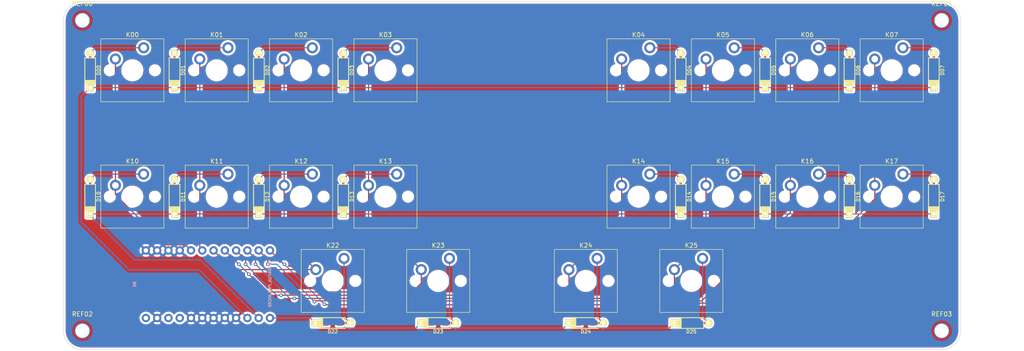
<source format=kicad_pcb>
(kicad_pcb (version 20211014) (generator pcbnew)
  (layers (0 "F.Cu" signal) (31 "B.Cu" signal) (34 "B.Paste" user) (35 "F.Paste" user) (36 "B.SilkS" user "B.Silkscreen") (37 "F.SilkS" user "F.Silkscreen") (38 "B.Mask" user) (39 "F.Mask" user) (44 "Edge.Cuts" user))
  (net 0 "")
  (net 1 "/GND")
  (net 2 "/col0")
  (net 3 "/col1")
  (net 4 "/col2")
  (net 5 "/col3")
  (net 6 "/col4")
  (net 7 "/col5")
  (net 8 "/col6")
  (net 9 "/col7")
  (net 10 "/row2")
  (net 11 "/row1")
  (net 12 "/row0")
  (net 13 "/VCC")
  (net 14 "/RST")
  (net 15 "/RAW")
  (net 16 "Net-(D00-Pad2)")
  (net 17 "Net-(D01-Pad2)")
  (net 18 "Net-(D02-Pad2)")
  (net 19 "Net-(D03-Pad2)")
  (net 20 "Net-(D04-Pad2)")
  (net 21 "Net-(D05-Pad2)")
  (net 22 "Net-(D06-Pad2)")
  (net 23 "Net-(D07-Pad2)")
  (net 24 "Net-(D10-Pad2)")
  (net 25 "Net-(D11-Pad2)")
  (net 26 "Net-(D12-Pad2)")
  (net 27 "Net-(D13-Pad2)")
  (net 28 "Net-(D14-Pad2)")
  (net 29 "Net-(D15-Pad2)")
  (net 30 "Net-(D16-Pad2)")
  (net 31 "Net-(D17-Pad2)")
  (net 32 "Net-(D22-Pad2)")
  (net 33 "Net-(D23-Pad2)")
  (net 34 "Net-(D24-Pad2)")
  (net 35 "Net-(D25-Pad2)")
  (footprint "Switch_Keyboard_Cherry_MX:SW_Cherry_MX_PCB_1.00u" (layer "F.Cu") (at 53.5 -34.5)
    (fp_text reference "K12" (at 0 -8) (layer "F.SilkS"))
    (fp_text value "KEYSW")
    (pad "" np_thru_hole circle locked (at 5.08 0) (size 1.75 1.75) (drill 1.75) (layers *.Cu *.Mask))
    (pad "" np_thru_hole circle locked (at -5.08 0) (size 1.75 1.75) (drill 1.75) (layers *.Cu *.Mask))
    (pad "" np_thru_hole circle locked (at 0 0) (size 4 4) (drill 4) (layers *.Cu *.Mask))
    (pad "1" thru_hole circle locked (at -3.81 -2.54) (size 2.5 2.5) (drill 1.5) (layers *.Cu "B.Mask") (net 4 "/col2"))
    (pad "2" thru_hole circle locked (at 2.54 -5.08) (size 2.5 2.5) (drill 1.5) (layers *.Cu "B.Mask") (net 26 "Net-(D12-Pad2)"))
  )
  (footprint "keyboard_parts:D_SOD123_axial" (layer "F.Cu") (at 44 -34.5 90)
    (fp_text reference "D12" (at 0 1.925 90) (layer "F.SilkS") (effects (font (size 0.8 0.8))))
    (fp_text value "D" hide)
    (pad "1" smd rect locked (at -2.7 0 90) (size 2.5 0.5) (layers "F.Cu") (net 11 "/row1"))
    (pad "1" thru_hole rect locked (at -3.9 0 90) (size 1.6 1.6) (drill 0.7) (layers *.Cu *.Mask "F.SilkS") (net 11 "/row1"))
    (pad "1" smd rect locked (at -1.575 0 90) (size 1.2 1.2) (layers "F.Cu" "F.Paste" "F.Mask") (net 11 "/row1"))
    (pad "2" thru_hole circle locked (at 3.9 0 90) (size 1.6 1.6) (drill 0.7) (layers *.Cu *.Mask "F.SilkS") (net 26 "Net-(D12-Pad2)"))
    (pad "2" smd rect locked (at 2.7 0 90) (size 2.5 0.5) (layers "F.Cu") (net 26 "Net-(D12-Pad2)"))
    (pad "2" smd rect locked (at 1.575 0 90) (size 1.2 1.2) (layers "F.Cu" "F.Paste" "F.Mask") (net 26 "Net-(D12-Pad2)"))
  )
  (footprint "keyboard_parts:D_SOD123_axial" (layer "F.Cu") (at 158 -63 90)
    (fp_text reference "D05" (at 0 1.925 90) (layer "F.SilkS") (effects (font (size 0.8 0.8))))
    (fp_text value "D" hide)
    (pad "1" smd rect locked (at -1.575 0 90) (size 1.2 1.2) (layers "F.Cu" "F.Paste" "F.Mask") (net 12 "/row0"))
    (pad "1" smd rect locked (at -2.7 0 90) (size 2.5 0.5) (layers "F.Cu") (net 12 "/row0"))
    (pad "1" thru_hole rect locked (at -3.9 0 90) (size 1.6 1.6) (drill 0.7) (layers *.Cu *.Mask "F.SilkS") (net 12 "/row0"))
    (pad "2" thru_hole circle locked (at 3.9 0 90) (size 1.6 1.6) (drill 0.7) (layers *.Cu *.Mask "F.SilkS") (net 21 "Net-(D05-Pad2)"))
    (pad "2" smd rect locked (at 2.7 0 90) (size 2.5 0.5) (layers "F.Cu") (net 21 "Net-(D05-Pad2)"))
    (pad "2" smd rect locked (at 1.575 0 90) (size 1.2 1.2) (layers "F.Cu" "F.Paste" "F.Mask") (net 21 "Net-(D05-Pad2)"))
  )
  (footprint "Switch_Keyboard_Cherry_MX:SW_Cherry_MX_PCB_1.00u" (layer "F.Cu") (at 72.5 -34.5)
    (fp_text reference "K13" (at 0 -8) (layer "F.SilkS"))
    (fp_text value "KEYSW")
    (pad "" np_thru_hole circle locked (at -5.08 0) (size 1.75 1.75) (drill 1.75) (layers *.Cu *.Mask))
    (pad "" np_thru_hole circle locked (at 5.08 0) (size 1.75 1.75) (drill 1.75) (layers *.Cu *.Mask))
    (pad "" np_thru_hole circle locked (at 0 0) (size 4 4) (drill 4) (layers *.Cu *.Mask))
    (pad "1" thru_hole circle locked (at -3.81 -2.54) (size 2.5 2.5) (drill 1.5) (layers *.Cu "B.Mask") (net 5 "/col3"))
    (pad "2" thru_hole circle locked (at 2.54 -5.08) (size 2.5 2.5) (drill 1.5) (layers *.Cu "B.Mask") (net 27 "Net-(D13-Pad2)"))
  )
  (footprint "keyboard_parts:D_SOD123_axial" (layer "F.Cu") (at 177 -34.5 90)
    (fp_text reference "D16" (at 0 1.925 90) (layer "F.SilkS") (effects (font (size 0.8 0.8))))
    (fp_text value "D" hide)
    (pad "1" smd rect locked (at -1.575 0 90) (size 1.2 1.2) (layers "F.Cu" "F.Paste" "F.Mask") (net 11 "/row1"))
    (pad "1" thru_hole rect locked (at -3.9 0 90) (size 1.6 1.6) (drill 0.7) (layers *.Cu *.Mask "F.SilkS") (net 11 "/row1"))
    (pad "1" smd rect locked (at -2.7 0 90) (size 2.5 0.5) (layers "F.Cu") (net 11 "/row1"))
    (pad "2" thru_hole circle locked (at 3.9 0 90) (size 1.6 1.6) (drill 0.7) (layers *.Cu *.Mask "F.SilkS") (net 30 "Net-(D16-Pad2)"))
    (pad "2" smd rect locked (at 2.7 0 90) (size 2.5 0.5) (layers "F.Cu") (net 30 "Net-(D16-Pad2)"))
    (pad "2" smd rect locked (at 1.575 0 90) (size 1.2 1.2) (layers "F.Cu" "F.Paste" "F.Mask") (net 30 "Net-(D16-Pad2)"))
  )
  (footprint "keyboard_parts:D_SOD123_axial" (layer "F.Cu") (at 139 -34.5 90)
    (fp_text reference "D14" (at 0 1.925 90) (layer "F.SilkS") (effects (font (size 0.8 0.8))))
    (fp_text value "D" hide)
    (pad "1" smd rect locked (at -2.7 0 90) (size 2.5 0.5) (layers "F.Cu") (net 11 "/row1"))
    (pad "1" thru_hole rect locked (at -3.9 0 90) (size 1.6 1.6) (drill 0.7) (layers *.Cu *.Mask "F.SilkS") (net 11 "/row1"))
    (pad "1" smd rect locked (at -1.575 0 90) (size 1.2 1.2) (layers "F.Cu" "F.Paste" "F.Mask") (net 11 "/row1"))
    (pad "2" smd rect locked (at 2.7 0 90) (size 2.5 0.5) (layers "F.Cu") (net 28 "Net-(D14-Pad2)"))
    (pad "2" smd rect locked (at 1.575 0 90) (size 1.2 1.2) (layers "F.Cu" "F.Paste" "F.Mask") (net 28 "Net-(D14-Pad2)"))
    (pad "2" thru_hole circle locked (at 3.9 0 90) (size 1.6 1.6) (drill 0.7) (layers *.Cu *.Mask "F.SilkS") (net 28 "Net-(D14-Pad2)"))
  )
  (footprint "Switch_Keyboard_Cherry_MX:SW_Cherry_MX_PCB_1.00u" (layer "F.Cu") (at 34.5 -34.5)
    (fp_text reference "K11" (at 0 -8) (layer "F.SilkS"))
    (fp_text value "KEYSW")
    (pad "" np_thru_hole circle locked (at -5.08 0) (size 1.75 1.75) (drill 1.75) (layers *.Cu *.Mask))
    (pad "" np_thru_hole circle locked (at 0 0) (size 4 4) (drill 4) (layers *.Cu *.Mask))
    (pad "" np_thru_hole circle locked (at 5.08 0) (size 1.75 1.75) (drill 1.75) (layers *.Cu *.Mask))
    (pad "1" thru_hole circle locked (at -3.81 -2.54) (size 2.5 2.5) (drill 1.5) (layers *.Cu "B.Mask") (net 3 "/col1"))
    (pad "2" thru_hole circle locked (at 2.54 -5.08) (size 2.5 2.5) (drill 1.5) (layers *.Cu "B.Mask") (net 25 "Net-(D11-Pad2)"))
  )
  (footprint "keyboard_parts:D_SOD123_axial" (layer "F.Cu") (at 84.38 -6)
    (fp_text reference "D23" (at 0 1.925) (layer "F.SilkS") (effects (font (size 0.8 0.8))))
    (fp_text value "D" hide)
    (pad "1" smd rect locked (at -1.575 0) (size 1.2 1.2) (layers "F.Cu" "F.Paste" "F.Mask") (net 10 "/row2"))
    (pad "1" smd rect locked (at -2.7 0) (size 2.5 0.5) (layers "F.Cu") (net 10 "/row2"))
    (pad "1" thru_hole rect locked (at -3.9 0) (size 1.6 1.6) (drill 0.7) (layers *.Cu *.Mask "F.SilkS") (net 10 "/row2"))
    (pad "2" smd rect locked (at 2.7 0) (size 2.5 0.5) (layers "F.Cu") (net 33 "Net-(D23-Pad2)"))
    (pad "2" thru_hole circle locked (at 3.9 0) (size 1.6 1.6) (drill 0.7) (layers *.Cu *.Mask "F.SilkS") (net 33 "Net-(D23-Pad2)"))
    (pad "2" smd rect locked (at 1.575 0) (size 1.2 1.2) (layers "F.Cu" "F.Paste" "F.Mask") (net 33 "Net-(D23-Pad2)"))
  )
  (footprint "keyboard_parts:D_SOD123_axial" (layer "F.Cu") (at 25 -34.5 90)
    (fp_text reference "D11" (at 0 1.925 90) (layer "F.SilkS") (effects (font (size 0.8 0.8))))
    (fp_text value "D" hide)
    (pad "1" smd rect locked (at -1.575 0 90) (size 1.2 1.2) (layers "F.Cu" "F.Paste" "F.Mask") (net 11 "/row1"))
    (pad "1" thru_hole rect locked (at -3.9 0 90) (size 1.6 1.6) (drill 0.7) (layers *.Cu *.Mask "F.SilkS") (net 11 "/row1"))
    (pad "1" smd rect locked (at -2.7 0 90) (size 2.5 0.5) (layers "F.Cu") (net 11 "/row1"))
    (pad "2" smd rect locked (at 1.575 0 90) (size 1.2 1.2) (layers "F.Cu" "F.Paste" "F.Mask") (net 25 "Net-(D11-Pad2)"))
    (pad "2" thru_hole circle locked (at 3.9 0 90) (size 1.6 1.6) (drill 0.7) (layers *.Cu *.Mask "F.SilkS") (net 25 "Net-(D11-Pad2)"))
    (pad "2" smd rect locked (at 2.7 0 90) (size 2.5 0.5) (layers "F.Cu") (net 25 "Net-(D11-Pad2)"))
  )
  (footprint "keyboard_parts:D_SOD123_axial" (layer "F.Cu") (at 139 -63 90)
    (fp_text reference "D04" (at 0 1.925 90) (layer "F.SilkS") (effects (font (size 0.8 0.8))))
    (fp_text value "D" hide)
    (pad "1" smd rect locked (at -2.7 0 90) (size 2.5 0.5) (layers "F.Cu") (net 12 "/row0"))
    (pad "1" smd rect locked (at -1.575 0 90) (size 1.2 1.2) (layers "F.Cu" "F.Paste" "F.Mask") (net 12 "/row0"))
    (pad "1" thru_hole rect locked (at -3.9 0 90) (size 1.6 1.6) (drill 0.7) (layers *.Cu *.Mask "F.SilkS") (net 12 "/row0"))
    (pad "2" smd rect locked (at 1.575 0 90) (size 1.2 1.2) (layers "F.Cu" "F.Paste" "F.Mask") (net 20 "Net-(D04-Pad2)"))
    (pad "2" thru_hole circle locked (at 3.9 0 90) (size 1.6 1.6) (drill 0.7) (layers *.Cu *.Mask "F.SilkS") (net 20 "Net-(D04-Pad2)"))
    (pad "2" smd rect locked (at 2.7 0 90) (size 2.5 0.5) (layers "F.Cu") (net 20 "Net-(D04-Pad2)"))
  )
  (footprint "Switch_Keyboard_Cherry_MX:SW_Cherry_MX_PCB_1.25u" (layer "F.Cu") (at 84.38 -15.5)
    (fp_text reference "K23" (at 0 -8) (layer "F.SilkS"))
    (fp_text value "KEYSW")
    (pad "" np_thru_hole circle locked (at 5.08 0) (size 1.75 1.75) (drill 1.75) (layers *.Cu *.Mask))
    (pad "" np_thru_hole circle locked (at -5.08 0) (size 1.75 1.75) (drill 1.75) (layers *.Cu *.Mask))
    (pad "" np_thru_hole circle locked (at 0 0) (size 4 4) (drill 4) (layers *.Cu *.Mask))
    (pad "1" thru_hole circle locked (at -3.81 -2.54) (size 2.5 2.5) (drill 1.5) (layers *.Cu "B.Mask") (net 5 "/col3"))
    (pad "2" thru_hole circle locked (at 2.54 -5.08) (size 2.5 2.5) (drill 1.5) (layers *.Cu "B.Mask") (net 33 "Net-(D23-Pad2)"))
  )
  (footprint "keyboard_parts:D_SOD123_axial" (layer "F.Cu") (at 117.63 -6)
    (fp_text reference "D24" (at 0 1.925) (layer "F.SilkS") (effects (font (size 0.8 0.8))))
    (fp_text value "D" hide)
    (pad "1" smd rect locked (at -1.575 0) (size 1.2 1.2) (layers "F.Cu" "F.Paste" "F.Mask") (net 10 "/row2"))
    (pad "1" smd rect locked (at -2.7 0) (size 2.5 0.5) (layers "F.Cu") (net 10 "/row2"))
    (pad "1" thru_hole rect locked (at -3.9 0) (size 1.6 1.6) (drill 0.7) (layers *.Cu *.Mask "F.SilkS") (net 10 "/row2"))
    (pad "2" thru_hole circle locked (at 3.9 0) (size 1.6 1.6) (drill 0.7) (layers *.Cu *.Mask "F.SilkS") (net 34 "Net-(D24-Pad2)"))
    (pad "2" smd rect locked (at 2.7 0) (size 2.5 0.5) (layers "F.Cu") (net 34 "Net-(D24-Pad2)"))
    (pad "2" smd rect locked (at 1.575 0) (size 1.2 1.2) (layers "F.Cu" "F.Paste" "F.Mask") (net 34 "Net-(D24-Pad2)"))
  )
  (footprint "keyboard_parts:D_SOD123_axial" (layer "F.Cu") (at 158 -34.5 90)
    (fp_text reference "D15" (at 0 1.925 90) (layer "F.SilkS") (effects (font (size 0.8 0.8))))
    (fp_text value "D" hide)
    (pad "1" smd rect locked (at -2.7 0 90) (size 2.5 0.5) (layers "F.Cu") (net 11 "/row1"))
    (pad "1" thru_hole rect locked (at -3.9 0 90) (size 1.6 1.6) (drill 0.7) (layers *.Cu *.Mask "F.SilkS") (net 11 "/row1"))
    (pad "1" smd rect locked (at -1.575 0 90) (size 1.2 1.2) (layers "F.Cu" "F.Paste" "F.Mask") (net 11 "/row1"))
    (pad "2" thru_hole circle locked (at 3.9 0 90) (size 1.6 1.6) (drill 0.7) (layers *.Cu *.Mask "F.SilkS") (net 29 "Net-(D15-Pad2)"))
    (pad "2" smd rect locked (at 2.7 0 90) (size 2.5 0.5) (layers "F.Cu") (net 29 "Net-(D15-Pad2)"))
    (pad "2" smd rect locked (at 1.575 0 90) (size 1.2 1.2) (layers "F.Cu" "F.Paste" "F.Mask") (net 29 "Net-(D15-Pad2)"))
  )
  (footprint "keyboard_parts:D_SOD123_axial" (layer "F.Cu") (at 25 -63 90)
    (fp_text reference "D01" (at 0 1.925 90) (layer "F.SilkS") (effects (font (size 0.8 0.8))))
    (fp_text value "D" hide)
    (pad "1" smd rect locked (at -2.7 0 90) (size 2.5 0.5) (layers "F.Cu") (net 12 "/row0"))
    (pad "1" thru_hole rect locked (at -3.9 0 90) (size 1.6 1.6) (drill 0.7) (layers *.Cu *.Mask "F.SilkS") (net 12 "/row0"))
    (pad "1" smd rect locked (at -1.575 0 90) (size 1.2 1.2) (layers "F.Cu" "F.Paste" "F.Mask") (net 12 "/row0"))
    (pad "2" smd rect locked (at 1.575 0 90) (size 1.2 1.2) (layers "F.Cu" "F.Paste" "F.Mask") (net 17 "Net-(D01-Pad2)"))
    (pad "2" thru_hole circle locked (at 3.9 0 90) (size 1.6 1.6) (drill 0.7) (layers *.Cu *.Mask "F.SilkS") (net 17 "Net-(D01-Pad2)"))
    (pad "2" smd rect locked (at 2.7 0 90) (size 2.5 0.5) (layers "F.Cu") (net 17 "Net-(D01-Pad2)"))
  )
  (footprint "Switch_Keyboard_Cherry_MX:SW_Cherry_MX_PCB_1.00u" (layer "F.Cu") (at 186.5 -63)
    (fp_text reference "K07" (at 0 -8) (layer "F.SilkS"))
    (fp_text value "KEYSW")
    (pad "" np_thru_hole circle locked (at 0 0) (size 4 4) (drill 4) (layers *.Cu *.Mask))
    (pad "" np_thru_hole circle locked (at 5.08 0) (size 1.75 1.75) (drill 1.75) (layers *.Cu *.Mask))
    (pad "" np_thru_hole circle locked (at -5.08 0) (size 1.75 1.75) (drill 1.75) (layers *.Cu *.Mask))
    (pad "1" thru_hole circle locked (at -3.81 -2.54) (size 2.5 2.5) (drill 1.5) (layers *.Cu "B.Mask") (net 9 "/col7"))
    (pad "2" thru_hole circle locked (at 2.54 -5.08) (size 2.5 2.5) (drill 1.5) (layers *.Cu "B.Mask") (net 23 "Net-(D07-Pad2)"))
  )
  (footprint "keyboard_parts:D_SOD123_axial" (layer "F.Cu") (at 63 -34.5 90)
    (fp_text reference "D13" (at 0 1.925 90) (layer "F.SilkS") (effects (font (size 0.8 0.8))))
    (fp_text value "D" hide)
    (pad "1" smd rect locked (at -2.7 0 90) (size 2.5 0.5) (layers "F.Cu") (net 11 "/row1"))
    (pad "1" smd rect locked (at -1.575 0 90) (size 1.2 1.2) (layers "F.Cu" "F.Paste" "F.Mask") (net 11 "/row1"))
    (pad "1" thru_hole rect locked (at -3.9 0 90) (size 1.6 1.6) (drill 0.7) (layers *.Cu *.Mask "F.SilkS") (net 11 "/row1"))
    (pad "2" smd rect locked (at 2.7 0 90) (size 2.5 0.5) (layers "F.Cu") (net 27 "Net-(D13-Pad2)"))
    (pad "2" smd rect locked (at 1.575 0 90) (size 1.2 1.2) (layers "F.Cu" "F.Paste" "F.Mask") (net 27 "Net-(D13-Pad2)"))
    (pad "2" thru_hole circle locked (at 3.9 0 90) (size 1.6 1.6) (drill 0.7) (layers *.Cu *.Mask "F.SilkS") (net 27 "Net-(D13-Pad2)"))
  )
  (footprint "keyboard_parts:D_SOD123_axial" (layer "F.Cu") (at 60.63 -6)
    (fp_text reference "D22" (at 0 1.925) (layer "F.SilkS") (effects (font (size 0.8 0.8))))
    (fp_text value "D" hide)
    (pad "1" smd rect locked (at -2.7 0) (size 2.5 0.5) (layers "F.Cu") (net 10 "/row2"))
    (pad "1" smd rect locked (at -1.575 0) (size 1.2 1.2) (layers "F.Cu" "F.Paste" "F.Mask") (net 10 "/row2"))
    (pad "1" thru_hole rect locked (at -3.9 0) (size 1.6 1.6) (drill 0.7) (layers *.Cu *.Mask "F.SilkS") (net 10 "/row2"))
    (pad "2" thru_hole circle locked (at 3.9 0) (size 1.6 1.6) (drill 0.7) (layers *.Cu *.Mask "F.SilkS") (net 32 "Net-(D22-Pad2)"))
    (pad "2" smd rect locked (at 1.575 0) (size 1.2 1.2) (layers "F.Cu" "F.Paste" "F.Mask") (net 32 "Net-(D22-Pad2)"))
    (pad "2" smd rect locked (at 2.7 0) (size 2.5 0.5) (layers "F.Cu") (net 32 "Net-(D22-Pad2)"))
  )
  (footprint "Switch_Keyboard_Cherry_MX:SW_Cherry_MX_PCB_1.00u" (layer "F.Cu") (at 129.5 -63)
    (fp_text reference "K04" (at 0 -8) (layer "F.SilkS"))
    (fp_text value "KEYSW")
    (pad "" np_thru_hole circle locked (at 0 0) (size 4 4) (drill 4) (layers *.Cu *.Mask))
    (pad "" np_thru_hole circle locked (at -5.08 0) (size 1.75 1.75) (drill 1.75) (layers *.Cu *.Mask))
    (pad "" np_thru_hole circle locked (at 5.08 0) (size 1.75 1.75) (drill 1.75) (layers *.Cu *.Mask))
    (pad "1" thru_hole circle locked (at -3.81 -2.54) (size 2.5 2.5) (drill 1.5) (layers *.Cu "B.Mask") (net 6 "/col4"))
    (pad "2" thru_hole circle locked (at 2.54 -5.08) (size 2.5 2.5) (drill 1.5) (layers *.Cu "B.Mask") (net 20 "Net-(D04-Pad2)"))
  )
  (footprint "keyboard_parts:D_SOD123_axial" (layer "F.Cu") (at 141.38 -6)
    (fp_text reference "D25" (at 0 1.925) (layer "F.SilkS") (effects (font (size 0.8 0.8))))
    (fp_text value "D" hide)
    (pad "1" smd rect locked (at -2.7 0) (size 2.5 0.5) (layers "F.Cu") (net 10 "/row2"))
    (pad "1" thru_hole rect locked (at -3.9 0) (size 1.6 1.6) (drill 0.7) (layers *.Cu *.Mask "F.SilkS") (net 10 "/row2"))
    (pad "1" smd rect locked (at -1.575 0) (size 1.2 1.2) (layers "F.Cu" "F.Paste" "F.Mask") (net 10 "/row2"))
    (pad "2" smd rect locked (at 2.7 0) (size 2.5 0.5) (layers "F.Cu") (net 35 "Net-(D25-Pad2)"))
    (pad "2" smd rect locked (at 1.575 0) (size 1.2 1.2) (layers "F.Cu" "F.Paste" "F.Mask") (net 35 "Net-(D25-Pad2)"))
    (pad "2" thru_hole circle locked (at 3.9 0) (size 1.6 1.6) (drill 0.7) (layers *.Cu *.Mask "F.SilkS") (net 35 "Net-(D25-Pad2)"))
  )
  (footprint "MountingHole:MountingHole_3.2mm_M3_ISO14580_Pad_TopOnly" (layer "F.Cu") (at 4.25 -74.25)
    (fp_text reference "REF00" (at 0 -3.75) (layer "F.SilkS"))
    (fp_text value "MountingHole_3.2mm_M3_ISO14580_Pad_TopOnly")
    (pad "1" thru_hole circle locked (at 0 0) (size 3.6 3.6) (drill 3.2) (layers *.Cu *.Mask))
    (pad "1" connect circle locked (at 0 0) (size 5.5 5.5) (layers "F.Cu" "F.Mask"))
  )
  (footprint "Switch_Keyboard_Cherry_MX:SW_Cherry_MX_PCB_1.00u" (layer "F.Cu") (at 167.5 -34.5)
    (fp_text reference "K16" (at 0 -8) (layer "F.SilkS"))
    (fp_text value "KEYSW")
    (pad "" np_thru_hole circle locked (at 5.08 0) (size 1.75 1.75) (drill 1.75) (layers *.Cu *.Mask))
    (pad "" np_thru_hole circle locked (at 0 0) (size 4 4) (drill 4) (layers *.Cu *.Mask))
    (pad "" np_thru_hole circle locked (at -5.08 0) (size 1.75 1.75) (drill 1.75) (layers *.Cu *.Mask))
    (pad "1" thru_hole circle locked (at -3.81 -2.54) (size 2.5 2.5) (drill 1.5) (layers *.Cu "B.Mask") (net 8 "/col6"))
    (pad "2" thru_hole circle locked (at 2.54 -5.08) (size 2.5 2.5) (drill 1.5) (layers *.Cu "B.Mask") (net 30 "Net-(D16-Pad2)"))
  )
  (footprint "Switch_Keyboard_Cherry_MX:SW_Cherry_MX_PCB_1.00u" (layer "F.Cu") (at 148.5 -63)
    (fp_text reference "K05" (at 0 -8) (layer "F.SilkS"))
    (fp_text value "KEYSW")
    (pad "" np_thru_hole circle locked (at -5.08 0) (size 1.75 1.75) (drill 1.75) (layers *.Cu *.Mask))
    (pad "" np_thru_hole circle locked (at 0 0) (size 4 4) (drill 4) (layers *.Cu *.Mask))
    (pad "" np_thru_hole circle locked (at 5.08 0) (size 1.75 1.75) (drill 1.75) (layers *.Cu *.Mask))
    (pad "1" thru_hole circle locked (at -3.81 -2.54) (size 2.5 2.5) (drill 1.5) (layers *.Cu "B.Mask") (net 7 "/col5"))
    (pad "2" thru_hole circle locked (at 2.54 -5.08) (size 2.5 2.5) (drill 1.5) (layers *.Cu "B.Mask") (net 21 "Net-(D05-Pad2)"))
  )
  (footprint "keyboard_parts:D_SOD123_axial" (layer "F.Cu") (at 196 -34.5 90)
    (fp_text reference "D17" (at 0 1.925 90) (layer "F.SilkS") (effects (font (size 0.8 0.8))))
    (fp_text value "D" hide)
    (pad "1" smd rect locked (at -1.575 0 90) (size 1.2 1.2) (layers "F.Cu" "F.Paste" "F.Mask") (net 11 "/row1"))
    (pad "1" smd rect locked (at -2.7 0 90) (size 2.5 0.5) (layers "F.Cu") (net 11 "/row1"))
    (pad "1" thru_hole rect locked (at -3.9 0 90) (size 1.6 1.6) (drill 0.7) (layers *.Cu *.Mask "F.SilkS") (net 11 "/row1"))
    (pad "2" thru_hole circle locked (at 3.9 0 90) (size 1.6 1.6) (drill 0.7) (layers *.Cu *.Mask "F.SilkS") (net 31 "Net-(D17-Pad2)"))
    (pad "2" smd rect locked (at 2.7 0 90) (size 2.5 0.5) (layers "F.Cu") (net 31 "Net-(D17-Pad2)"))
    (pad "2" smd rect locked (at 1.575 0 90) (size 1.2 1.2) (layers "F.Cu" "F.Paste" "F.Mask") (net 31 "Net-(D17-Pad2)"))
  )
  (footprint "keyboard_parts:D_SOD123_axial" (layer "F.Cu") (at 44 -63 90)
    (fp_text reference "D02" (at 0 1.925 90) (layer "F.SilkS") (effects (font (size 0.8 0.8))))
    (fp_text value "D" hide)
    (pad "1" smd rect locked (at -2.7 0 90) (size 2.5 0.5) (layers "F.Cu") (net 12 "/row0"))
    (pad "1" thru_hole rect locked (at -3.9 0 90) (size 1.6 1.6) (drill 0.7) (layers *.Cu *.Mask "F.SilkS") (net 12 "/row0"))
    (pad "1" smd rect locked (at -1.575 0 90) (size 1.2 1.2) (layers "F.Cu" "F.Paste" "F.Mask") (net 12 "/row0"))
    (pad "2" smd rect locked (at 2.7 0 90) (size 2.5 0.5) (layers "F.Cu") (net 18 "Net-(D02-Pad2)"))
    (pad "2" smd rect locked (at 1.575 0 90) (size 1.2 1.2) (layers "F.Cu" "F.Paste" "F.Mask") (net 18 "Net-(D02-Pad2)"))
    (pad "2" thru_hole circle locked (at 3.9 0 90) (size 1.6 1.6) (drill 0.7) (layers *.Cu *.Mask "F.SilkS") (net 18 "Net-(D02-Pad2)"))
  )
  (footprint "MountingHole:MountingHole_3.2mm_M3_ISO14580_Pad_TopOnly" (layer "F.Cu") (at 197.75 -74.25)
    (fp_text reference "REF01" (at 0 -3.75) (layer "F.SilkS"))
    (fp_text value "MountingHole_3.2mm_M3_ISO14580_Pad_TopOnly")
    (pad "1" thru_hole circle locked (at 0 0) (size 3.6 3.6) (drill 3.2) (layers *.Cu *.Mask))
    (pad "1" connect circle locked (at 0 0) (size 5.5 5.5) (layers "F.Cu" "F.Mask"))
  )
  (footprint "Switch_Keyboard_Cherry_MX:SW_Cherry_MX_PCB_1.00u" (layer "F.Cu") (at 186.5 -34.5)
    (fp_text reference "K17" (at 0 -8) (layer "F.SilkS"))
    (fp_text value "KEYSW")
    (pad "" np_thru_hole circle locked (at -5.08 0) (size 1.75 1.75) (drill 1.75) (layers *.Cu *.Mask))
    (pad "" np_thru_hole circle locked (at 0 0) (size 4 4) (drill 4) (layers *.Cu *.Mask))
    (pad "" np_thru_hole circle locked (at 5.08 0) (size 1.75 1.75) (drill 1.75) (layers *.Cu *.Mask))
    (pad "1" thru_hole circle locked (at -3.81 -2.54) (size 2.5 2.5) (drill 1.5) (layers *.Cu "B.Mask") (net 9 "/col7"))
    (pad "2" thru_hole circle locked (at 2.54 -5.08) (size 2.5 2.5) (drill 1.5) (layers *.Cu "B.Mask") (net 31 "Net-(D17-Pad2)"))
  )
  (footprint "Switch_Keyboard_Cherry_MX:SW_Cherry_MX_PCB_1.25u" (layer "F.Cu") (at 141.38 -15.5)
    (fp_text reference "K25" (at 0 -8) (layer "F.SilkS"))
    (fp_text value "KEYSW")
    (pad "" np_thru_hole circle locked (at -5.08 0) (size 1.75 1.75) (drill 1.75) (layers *.Cu *.Mask))
    (pad "" np_thru_hole circle locked (at 5.08 0) (size 1.75 1.75) (drill 1.75) (layers *.Cu *.Mask))
    (pad "" np_thru_hole circle locked (at 0 0) (size 4 4) (drill 4) (layers *.Cu *.Mask))
    (pad "1" thru_hole circle locked (at -3.81 -2.54) (size 2.5 2.5) (drill 1.5) (layers *.Cu "B.Mask") (net 7 "/col5"))
    (pad "2" thru_hole circle locked (at 2.54 -5.08) (size 2.5 2.5) (drill 1.5) (layers *.Cu "B.Mask") (net 35 "Net-(D25-Pad2)"))
  )
  (footprint "Switch_Keyboard_Cherry_MX:SW_Cherry_MX_PCB_1.00u" (layer "F.Cu") (at 167.5 -63)
    (fp_text reference "K06" (at 0 -8) (layer "F.SilkS"))
    (fp_text value "KEYSW")
    (pad "" np_thru_hole circle locked (at 5.08 0) (size 1.75 1.75) (drill 1.75) (layers *.Cu *.Mask))
    (pad "" np_thru_hole circle locked (at 0 0) (size 4 4) (drill 4) (layers *.Cu *.Mask))
    (pad "" np_thru_hole circle locked (at -5.08 0) (size 1.75 1.75) (drill 1.75) (layers *.Cu *.Mask))
    (pad "1" thru_hole circle locked (at -3.81 -2.54) (size 2.5 2.5) (drill 1.5) (layers *.Cu "B.Mask") (net 8 "/col6"))
    (pad "2" thru_hole circle locked (at 2.54 -5.08) (size 2.5 2.5) (drill 1.5) (layers *.Cu "B.Mask") (net 22 "Net-(D06-Pad2)"))
  )
  (footprint "Switch_Keyboard_Cherry_MX:SW_Cherry_MX_PCB_1.00u" (layer "F.Cu") (at 148.5 -34.5)
    (fp_text reference "K15" (at 0 -8) (layer "F.SilkS"))
    (fp_text value "KEYSW")
    (pad "" np_thru_hole circle locked (at 5.08 0) (size 1.75 1.75) (drill 1.75) (layers *.Cu *.Mask))
    (pad "" np_thru_hole circle locked (at -5.08 0) (size 1.75 1.75) (drill 1.75) (layers *.Cu *.Mask))
    (pad "" np_thru_hole circle locked (at 0 0) (size 4 4) (drill 4) (layers *.Cu *.Mask))
    (pad "1" thru_hole circle locked (at -3.81 -2.54) (size 2.5 2.5) (drill 1.5) (layers *.Cu "B.Mask") (net 7 "/col5"))
    (pad "2" thru_hole circle locked (at 2.54 -5.08) (size 2.5 2.5) (drill 1.5) (layers *.Cu "B.Mask") (net 29 "Net-(D15-Pad2)"))
  )
  (footprint "MountingHole:MountingHole_3.2mm_M3_ISO14580_Pad_TopOnly" (layer "F.Cu") (at 197.75 -4.25)
    (fp_text reference "REF03" (at 0 -3.75) (layer "F.SilkS"))
    (fp_text value "MountingHole_3.2mm_M3_ISO14580_Pad_TopOnly")
    (pad "1" thru_hole circle locked (at 0 0) (size 3.6 3.6) (drill 3.2) (layers *.Cu *.Mask))
    (pad "1" connect circle locked (at 0 0) (size 5.5 5.5) (layers "F.Cu" "F.Mask"))
  )
  (footprint "keyboard_parts:D_SOD123_axial" (layer "F.Cu") (at 6 -34.5 90)
    (fp_text reference "D10" (at 0 1.925 90) (layer "F.SilkS") (effects (font (size 0.8 0.8))))
    (fp_text value "D" hide)
    (pad "1" thru_hole rect locked (at -3.9 0 90) (size 1.6 1.6) (drill 0.7) (layers *.Cu *.Mask "F.SilkS") (net 11 "/row1"))
    (pad "1" smd rect locked (at -1.575 0 90) (size 1.2 1.2) (layers "F.Cu" "F.Paste" "F.Mask") (net 11 "/row1"))
    (pad "1" smd rect locked (at -2.7 0 90) (size 2.5 0.5) (layers "F.Cu") (net 11 "/row1"))
    (pad "2" thru_hole circle locked (at 3.9 0 90) (size 1.6 1.6) (drill 0.7) (layers *.Cu *.Mask "F.SilkS") (net 24 "Net-(D10-Pad2)"))
    (pad "2" smd rect locked (at 1.575 0 90) (size 1.2 1.2) (layers "F.Cu" "F.Paste" "F.Mask") (net 24 "Net-(D10-Pad2)"))
    (pad "2" smd rect locked (at 2.7 0 90) (size 2.5 0.5) (layers "F.Cu") (net 24 "Net-(D10-Pad2)"))
  )
  (footprint "MountingHole:MountingHole_3.2mm_M3_ISO14580_Pad_TopOnly" (layer "F.Cu") (at 4.25 -4.25)
    (fp_text reference "REF02" (at 0 -3.75) (layer "F.SilkS"))
    (fp_text value "MountingHole_3.2mm_M3_ISO14580_Pad_TopOnly")
    (pad "1" thru_hole circle locked (at 0 0) (size 3.6 3.6) (drill 3.2) (layers *.Cu *.Mask))
    (pad "1" connect circle locked (at 0 0) (size 5.5 5.5) (layers "F.Cu" "F.Mask"))
  )
  (footprint "Switch_Keyboard_Cherry_MX:SW_Cherry_MX_PCB_1.00u" (layer "F.Cu") (at 34.5 -63)
    (fp_text reference "K01" (at 0 -8) (layer "F.SilkS"))
    (fp_text value "KEYSW")
    (pad "" np_thru_hole circle locked (at 0 0) (size 4 4) (drill 4) (layers *.Cu *.Mask))
    (pad "" np_thru_hole circle locked (at -5.08 0) (size 1.75 1.75) (drill 1.75) (layers *.Cu *.Mask))
    (pad "" np_thru_hole circle locked (at 5.08 0) (size 1.75 1.75) (drill 1.75) (layers *.Cu *.Mask))
    (pad "1" thru_hole circle locked (at -3.81 -2.54) (size 2.5 2.5) (drill 1.5) (layers *.Cu "B.Mask") (net 3 "/col1"))
    (pad "2" thru_hole circle locked (at 2.54 -5.08) (size 2.5 2.5) (drill 1.5) (layers *.Cu "B.Mask") (net 17 "Net-(D01-Pad2)"))
  )
  (footprint "keyboard_parts:D_SOD123_axial" (layer "F.Cu") (at 196 -63 90)
    (fp_text reference "D07" (at 0 1.925 90) (layer "F.SilkS") (effects (font (size 0.8 0.8))))
    (fp_text value "D" hide)
    (pad "1" smd rect locked (at -1.575 0 90) (size 1.2 1.2) (layers "F.Cu" "F.Paste" "F.Mask") (net 12 "/row0"))
    (pad "1" thru_hole rect locked (at -3.9 0 90) (size 1.6 1.6) (drill 0.7) (layers *.Cu *.Mask "F.SilkS") (net 12 "/row0"))
    (pad "1" smd rect locked (at -2.7 0 90) (size 2.5 0.5) (layers "F.Cu") (net 12 "/row0"))
    (pad "2" thru_hole circle locked (at 3.9 0 90) (size 1.6 1.6) (drill 0.7) (layers *.Cu *.Mask "F.SilkS") (net 23 "Net-(D07-Pad2)"))
    (pad "2" smd rect locked (at 2.7 0 90) (size 2.5 0.5) (layers "F.Cu") (net 23 "Net-(D07-Pad2)"))
    (pad "2" smd rect locked (at 1.575 0 90) (size 1.2 1.2) (layers "F.Cu" "F.Paste" "F.Mask") (net 23 "Net-(D07-Pad2)"))
  )
  (footprint "Switch_Keyboard_Cherry_MX:SW_Cherry_MX_PCB_1.00u" (layer "F.Cu") (at 72.5 -63)
    (fp_text reference "K03" (at 0 -8) (layer "F.SilkS"))
    (fp_text value "KEYSW")
    (pad "" np_thru_hole circle locked (at 0 0) (size 4 4) (drill 4) (layers *.Cu *.Mask))
    (pad "" np_thru_hole circle locked (at 5.08 0) (size 1.75 1.75) (drill 1.75) (layers *.Cu *.Mask))
    (pad "" np_thru_hole circle locked (at -5.08 0) (size 1.75 1.75) (drill 1.75) (layers *.Cu *.Mask))
    (pad "1" thru_hole circle locked (at -3.81 -2.54) (size 2.5 2.5) (drill 1.5) (layers *.Cu "B.Mask") (net 5 "/col3"))
    (pad "2" thru_hole circle locked (at 2.54 -5.08) (size 2.5 2.5) (drill 1.5) (layers *.Cu "B.Mask") (net 19 "Net-(D03-Pad2)"))
  )
  (footprint "Switch_Keyboard_Cherry_MX:SW_Cherry_MX_PCB_1.00u" (layer "F.Cu") (at 53.5 -63)
    (fp_text reference "K02" (at 0 -8) (layer "F.SilkS"))
    (fp_text value "KEYSW")
    (pad "" np_thru_hole circle locked (at 0 0) (size 4 4) (drill 4) (layers *.Cu *.Mask))
    (pad "" np_thru_hole circle locked (at 5.08 0) (size 1.75 1.75) (drill 1.75) (layers *.Cu *.Mask))
    (pad "" np_thru_hole circle locked (at -5.08 0) (size 1.75 1.75) (drill 1.75) (layers *.Cu *.Mask))
    (pad "1" thru_hole circle locked (at -3.81 -2.54) (size 2.5 2.5) (drill 1.5) (layers *.Cu "B.Mask") (net 4 "/col2"))
    (pad "2" thru_hole circle locked (at 2.54 -5.08) (size 2.5 2.5) (drill 1.5) (layers *.Cu "B.Mask") (net 18 "Net-(D02-Pad2)"))
  )
  (footprint "keyboard_parts:D_SOD123_axial" (layer "F.Cu") (at 6 -63 90)
    (fp_text reference "D00" (at 0 1.925 90) (layer "F.SilkS") (effects (font (size 0.8 0.8))))
    (fp_text value "D" hide)
    (pad "1" smd rect locked (at -1.575 0 90) (size 1.2 1.2) (layers "F.Cu" "F.Paste" "F.Mask") (net 12 "/row0"))
    (pad "1" thru_hole rect locked (at -3.9 0 90) (size 1.6 1.6) (drill 0.7) (layers *.Cu *.Mask "F.SilkS") (net 12 "/row0"))
    (pad "1" smd rect locked (at -2.7 0 90) (size 2.5 0.5) (layers "F.Cu") (net 12 "/row0"))
    (pad "2" smd rect locked (at 2.7 0 90) (size 2.5 0.5) (layers "F.Cu") (net 16 "Net-(D00-Pad2)"))
    (pad "2" thru_hole circle locked (at 3.9 0 90) (size 1.6 1.6) (drill 0.7) (layers *.Cu *.Mask "F.SilkS") (net 16 "Net-(D00-Pad2)"))
    (pad "2" smd rect locked (at 1.575 0 90) (size 1.2 1.2) (layers "F.Cu" "F.Paste" "F.Mask") (net 16 "Net-(D00-Pad2)"))
  )
  (footprint "Switch_Keyboard_Cherry_MX:SW_Cherry_MX_PCB_1.25u" (layer "F.Cu") (at 117.63 -15.5)
    (fp_text reference "K24" (at 0 -8) (layer "F.SilkS"))
    (fp_text value "KEYSW")
    (pad "" np_thru_hole circle locked (at 5.08 0) (size 1.75 1.75) (drill 1.75) (layers *.Cu *.Mask))
    (pad "" np_thru_hole circle locked (at -5.08 0) (size 1.75 1.75) (drill 1.75) (layers *.Cu *.Mask))
    (pad "" np_thru_hole circle locked (at 0 0) (size 4 4) (drill 4) (layers *.Cu *.Mask))
    (pad "1" thru_hole circle locked (at -3.81 -2.54) (size 2.5 2.5) (drill 1.5) (layers *.Cu "B.Mask") (net 6 "/col4"))
    (pad "2" thru_hole circle locked (at 2.54 -5.08) (size 2.5 2.5) (drill 1.5) (layers *.Cu "B.Mask") (net 34 "Net-(D24-Pad2)"))
  )
  (footprint "Switch_Keyboard_Cherry_MX:SW_Cherry_MX_PCB_1.00u" (layer "F.Cu") (at 129.5 -34.5)
    (fp_text reference "K14" (at 0 -8) (layer "F.SilkS"))
    (fp_text value "KEYSW")
    (pad "" np_thru_hole circle locked (at -5.08 0) (size 1.75 1.75) (drill 1.75) (layers *.Cu *.Mask))
    (pad "" np_thru_hole circle locked (at 0 0) (size 4 4) (drill 4) (layers *.Cu *.Mask))
    (pad "" np_thru_hole circle locked (at 5.08 0) (size 1.75 1.75) (drill 1.75) (layers *.Cu *.Mask))
    (pad "1" thru_hole circle locked (at -3.81 -2.54) (size 2.5 2.5) (drill 1.5) (layers *.Cu "B.Mask") (net 6 "/col4"))
    (pad "2" thru_hole circle locked (at 2.54 -5.08) (size 2.5 2.5) (drill 1.5) (layers *.Cu "B.Mask") (net 28 "Net-(D14-Pad2)"))
  )
  (footprint "keyboard_parts:D_SOD123_axial" (layer "F.Cu") (at 177 -63 90)
    (fp_text reference "D06" (at 0 1.925 90) (layer "F.SilkS") (effects (font (size 0.8 0.8))))
    (fp_text value "D" hide)
    (pad "1" smd rect locked (at -1.575 0 90) (size 1.2 1.2) (layers "F.Cu" "F.Paste" "F.Mask") (net 12 "/row0"))
    (pad "1" thru_hole rect locked (at -3.9 0 90) (size 1.6 1.6) (drill 0.7) (layers *.Cu *.Mask "F.SilkS") (net 12 "/row0"))
    (pad "1" smd rect locked (at -2.7 0 90) (size 2.5 0.5) (layers "F.Cu") (net 12 "/row0"))
    (pad "2" thru_hole circle locked (at 3.9 0 90) (size 1.6 1.6) (drill 0.7) (layers *.Cu *.Mask "F.SilkS") (net 22 "Net-(D06-Pad2)"))
    (pad "2" smd rect locked (at 1.575 0 90) (size 1.2 1.2) (layers "F.Cu" "F.Paste" "F.Mask") (net 22 "Net-(D06-Pad2)"))
    (pad "2" smd rect locked (at 2.7 0 90) (size 2.5 0.5) (layers "F.Cu") (net 22 "Net-(D06-Pad2)"))
  )
  (footprint "Switch_Keyboard_Cherry_MX:SW_Cherry_MX_PCB_1.00u" (layer "F.Cu") (at 15.5 -34.5)
    (fp_text reference "K10" (at 0 -8) (layer "F.SilkS"))
    (fp_text value "KEYSW")
    (pad "" np_thru_hole circle locked (at 0 0) (size 4 4) (drill 4) (layers *.Cu *.Mask))
    (pad "" np_thru_hole circle locked (at -5.08 0) (size 1.75 1.75) (drill 1.75) (layers *.Cu *.Mask))
    (pad "" np_thru_hole circle locked (at 5.08 0) (size 1.75 1.75) (drill 1.75) (layers *.Cu *.Mask))
    (pad "1" thru_hole circle locked (at -3.81 -2.54) (size 2.5 2.5) (drill 1.5) (layers *.Cu "B.Mask") (net 2 "/col0"))
    (pad "2" thru_hole circle locked (at 2.54 -5.08) (size 2.5 2.5) (drill 1.5) (layers *.Cu "B.Mask") (net 24 "Net-(D10-Pad2)"))
  )
  (footprint "Switch_Keyboard_Cherry_MX:SW_Cherry_MX_PCB_1.25u" (layer "F.Cu") (at 60.63 -15.5)
    (fp_text reference "K22" (at 0 -8) (layer "F.SilkS"))
    (fp_text value "KEYSW")
    (pad "" np_thru_hole circle locked (at 5.08 0) (size 1.75 1.75) (drill 1.75) (layers *.Cu *.Mask))
    (pad "" np_thru_hole circle locked (at 0 0) (size 4 4) (drill 4) (layers *.Cu *.Mask))
    (pad "" np_thru_hole circle locked (at -5.08 0) (size 1.75 1.75) (drill 1.75) (layers *.Cu *.Mask))
    (pad "1" thru_hole circle locked (at -3.81 -2.54) (size 2.5 2.5) (drill 1.5) (layers *.Cu "B.Mask") (net 4 "/col2"))
    (pad "2" thru_hole circle locked (at 2.54 -5.08) (size 2.5 2.5) (drill 1.5) (layers *.Cu "B.Mask") (net 32 "Net-(D22-Pad2)"))
  )
  (footprint "Switch_Keyboard_Cherry_MX:SW_Cherry_MX_PCB_1.00u" (layer "F.Cu") (at 15.5 -63)
    (fp_text reference "K00" (at 0 -8) (layer "F.SilkS"))
    (fp_text value "KEYSW")
    (pad "" np_thru_hole circle locked (at 0 0) (size 4 4) (drill 4) (layers *.Cu *.Mask))
    (pad "" np_thru_hole circle locked (at -5.08 0) (size 1.75 1.75) (drill 1.75) (layers *.Cu *.Mask))
    (pad "" np_thru_hole circle locked (at 5.08 0) (size 1.75 1.75) (drill 1.75) (layers *.Cu *.Mask))
    (pad "1" thru_hole circle locked (at -3.81 -2.54) (size 2.5 2.5) (drill 1.5) (layers *.Cu "B.Mask") (net 2 "/col0"))
    (pad "2" thru_hole circle locked (at 2.54 -5.08) (size 2.5 2.5) (drill 1.5) (layers *.Cu "B.Mask") (net 16 "Net-(D00-Pad2)"))
  )
  (footprint "keyboard_parts:D_SOD123_axial" (layer "F.Cu") (at 63 -63 90)
    (fp_text reference "D03" (at 0 1.925 90) (layer "F.SilkS") (effects (font (size 0.8 0.8))))
    (fp_text value "D" hide)
    (pad "1" smd rect locked (at -2.7 0 90) (size 2.5 0.5) (layers "F.Cu") (net 12 "/row0"))
    (pad "1" thru_hole rect locked (at -3.9 0 90) (size 1.6 1.6) (drill 0.7) (layers *.Cu *.Mask "F.SilkS") (net 12 "/row0"))
    (pad "1" smd rect locked (at -1.575 0 90) (size 1.2 1.2) (layers "F.Cu" "F.Paste" "F.Mask") (net 12 "/row0"))
    (pad "2" thru_hole circle locked (at 3.9 0 90) (size 1.6 1.6) (drill 0.7) (layers *.Cu *.Mask "F.SilkS") (net 19 "Net-(D03-Pad2)"))
    (pad "2" smd rect locked (at 1.575 0 90) (size 1.2 1.2) (layers "F.Cu" "F.Paste" "F.Mask") (net 19 "Net-(D03-Pad2)"))
    (pad "2" smd rect locked (at 2.7 0 90) (size 2.5 0.5) (layers "F.Cu") (net 19 "Net-(D03-Pad2)"))
  )
  (footprint "Boards:SPARKFUN_PRO_MICRO" (layer "B.Cu") (at 31.25 -14.75 -90)
    (fp_text reference "B0" (at 0 15.24 90) (layer "B.SilkS") (effects (font (size 0.6096 0.6096) (thickness 0.127)) (justify mirror)))
    (fp_text value "SPARKFUN_PRO_MICRO" (at 0 -15.24 90) (layer "B.SilkS") (effects (font (size 0.6096 0.6096) (thickness 0.127)) (justify mirror)))
    (pad "1" thru_hole circle locked (at -7.62 12.7 270) (size 1.8796 1.8796) (drill 1.016) (layers *.Cu *.Mask) (net 1 "/GND"))
    (pad "2" thru_hole circle locked (at -7.62 10.16 270) (size 1.8796 1.8796) (drill 1.016) (layers *.Cu *.Mask) (net 1 "/GND"))
    (pad "3" thru_hole circle locked (at -7.62 7.62 270) (size 1.8796 1.8796) (drill 1.016) (layers *.Cu *.Mask) (net 1 "/GND"))
    (pad "4" thru_hole circle locked (at -7.62 5.08 270) (size 1.8796 1.8796) (drill 1.016) (layers *.Cu *.Mask) (net 1 "/GND"))
    (pad "5" thru_hole circle locked (at -7.62 2.54 270) (size 1.8796 1.8796) (drill 1.016) (layers *.Cu *.Mask) (net 2 "/col0"))
    (pad "6" thru_hole circle locked (at -7.62 0 270) (size 1.8796 1.8796) (drill 1.016) (layers *.Cu *.Mask) (net 3 "/col1"))
    (pad "7" thru_hole circle locked (at -7.62 -2.54 270) (size 1.8796 1.8796) (drill 1.016) (layers *.Cu *.Mask) (net 4 "/col2"))
    (pad "8" thru_hole circle locked (at -7.62 -5.08 270) (size 1.8796 1.8796) (drill 1.016) (layers *.Cu *.Mask) (net 5 "/col3"))
    (pad "9" thru_hole circle locked (at -7.62 -7.62 270) (size 1.8796 1.8796) (drill 1.016) (layers *.Cu *.Mask) (net 6 "/col4"))
    (pad "10" thru_hole circle locked (at -7.62 -10.16 270) (size 1.8796 1.8796) (drill 1.016) (layers *.Cu *.Mask) (net 7 "/col5"))
    (pad "11" thru_hole circle locked (at -7.62 -12.7 270) (size 1.8796 1.8796) (drill 1.016) (layers *.Cu *.Mask) (net 8 "/col6"))
    (pad "12" thru_hole circle locked (at -7.62 -15.24 270) (size 1.8796 1.8796) (drill 1.016) (layers *.Cu *.Mask) (net 9 "/col7"))
    (pad "13" thru_hole circle locked (at 7.62 -15.24 270) (size 1.8796 1.8796) (drill 1.016) (layers *.Cu *.Mask) (net 10 "/row2"))
    (pad "14" thru_hole circle locked (at 7.62 -12.7 270) (size 1.8796 1.8796) (drill 1.016) (layers *.Cu *.Mask) (net 11 "/row1"))
    (pad "15" thru_hole circle locked (at 7.62 -10.16 270) (size 1.8796 1.8796) (drill 1.016) (layers *.Cu *.Mask) (net 12 "/row0"))
    (pad "16" thru_hole circle locked (at 7.62 -7.62 270) (size 1.8796 1.8796) (drill 1.016) (layers *.Cu *.Mask) (net 1 "/GND"))
    (pad "17" thru_hole circle locked (at 7.62 -5.08 270) (size 1.8796 1.8796) (drill 1.016) (layers *.Cu *.Mask) (net 1 "/GND"))
    (pad "18" thru_hole circle locked (at 7.62 -2.54 270) (size 1.8796 1.8796) (drill 1.016) (layers *.Cu *.Mask) (net 1 "/GND"))
    (pad "19" thru_hole circle locked (at 7.62 0 270) (size 1.8796 1.8796) (drill 1.016) (layers *.Cu *.Mask) (net 1 "/GND"))
    (pad "20" thru_hole circle locked (at 7.62 2.54 270) (size 1.8796 1.8796) (drill 1.016) (layers *.Cu *.Mask) (net 1 "/GND"))
    (pad "21" thru_hole circle locked (at 7.62 5.08 270) (size 1.8796 1.8796) (drill 1.016) (layers *.Cu *.Mask) (net 13 "/VCC"))
    (pad "22" thru_hole circle locked (at 7.62 7.62 270) (size 1.8796 1.8796) (drill 1.016) (layers *.Cu *.Mask) (net 14 "/RST"))
    (pad "23" thru_hole circle locked (at 7.62 10.16 270) (size 1.8796 1.8796) (drill 1.016) (layers *.Cu *.Mask) (net 1 "/GND"))
    (pad "24" thru_hole circle locked (at 7.62 12.7 270) (size 1.8796 1.8796) (drill 1.016) (layers *.Cu *.Mask) (net 15 "/RAW"))
  )
  (gr_line (start 202 -4.25) (end 202 -74.25) (layer "Edge.Cuts") (width 0.1))
  (gr_arc (start 4.25 0) (mid 1.244796 -1.244796) (end 0 -4.25) (layer "Edge.Cuts") (width 0.1))
  (gr_line (start 0 -74.25) (end 0 -4.25) (layer "Edge.Cuts") (width 0.1))
  (gr_line (start 4.25 0) (end 197.75 0) (layer "Edge.Cuts") (width 0.1))
  (gr_arc (start 202 -4.25) (mid 200.755204 -1.244796) (end 197.75 0) (layer "Edge.Cuts") (width 0.1))
  (gr_arc (start 197.75 -78.5) (mid 200.755204 -77.255204) (end 202 -74.25) (layer "Edge.Cuts") (width 0.1))
  (gr_line (start 197.75 -78.5) (end 4.25 -78.5) (layer "Edge.Cuts") (width 0.1))
  (gr_arc (start 0 -74.25) (mid 1.244796 -77.255204) (end 4.25 -78.5) (layer "Edge.Cuts") (width 0.1))
  (segment (start 27.445689 -23.634311) (end 28.71 -22.37) (width 0.25) (layer "F.Cu") (net 2))
  (segment (start 11.69 -65.54) (end 11.69 -37.04) (width 0.25) (layer "F.Cu") (net 2))
  (segment (start 11.69 -37.04) (end 11.69 -34.951919) (width 0.25) (layer "F.Cu") (net 2))
  (segment (start 23.007608 -23.634311) (end 27.445689 -23.634311) (width 0.25) (layer "F.Cu") (net 2))
  (segment (start 11.69 -34.951919) (end 23.007608 -23.634311) (width 0.25) (layer "F.Cu") (net 2))
  (segment (start 30.69 -22.93) (end 31.25 -22.37) (width 0.25) (layer "F.Cu") (net 3))
  (segment (start 30.69 -65.54) (end 30.69 -37.04) (width 0.25) (layer "F.Cu") (net 3))
  (segment (start 30.69 -37.04) (end 30.69 -22.93) (width 0.25) (layer "F.Cu") (net 3))
  (segment (start 49.69 -65.54) (end 49.69 -37.04) (width 0.25) (layer "F.Cu") (net 4))
  (segment (start 38.12 -18.04) (end 33.79 -22.37) (width 0.25) (layer "F.Cu") (net 4))
  (segment (start 49.69 -25.17) (end 56.82 -18.04) (width 0.25) (layer "F.Cu") (net 4))
  (segment (start 56.82 -18.04) (end 38.12 -18.04) (width 0.25) (layer "F.Cu") (net 4))
  (segment (start 49.69 -37.04) (end 49.69 -25.17) (width 0.25) (layer "F.Cu") (net 4))
  (segment (start 39.5 -19.25) (end 39.45 -19.25) (width 0.25) (layer "F.Cu") (net 5))
  (segment (start 68.69 -37.04) (end 68.69 -29.92) (width 0.25) (layer "F.Cu") (net 5))
  (segment (start 45.75 -13) (end 41.75 -17) (width 0.25) (layer "F.Cu") (net 5))
  (segment (start 39.45 -19.25) (end 36.33 -22.37) (width 0.25) (layer "F.Cu") (net 5))
  (segment (start 68.69 -29.92) (end 80.57 -18.04) (width 0.25) (layer "F.Cu") (net 5))
  (segment (start 80.57 -15.002909) (end 78.567091 -13) (width 0.25) (layer "F.Cu") (net 5))
  (segment (start 78.567091 -13) (end 78.5 -13) (width 0.25) (layer "F.Cu") (net 5))
  (segment (start 78.5 -13) (end 45.75 -13) (width 0.25) (layer "F.Cu") (net 5))
  (segment (start 80.57 -18.04) (end 80.57 -15.002909) (width 0.25) (layer "F.Cu") (net 5))
  (segment (start 68.69 -65.54) (end 68.69 -37.04) (width 0.25) (layer "F.Cu") (net 5))
  (via (at 39.5 -19.25) (size 0.8) (drill 0.4) (layers "F.Cu" "B.Cu") (net 5))
  (via (at 41.75 -17) (size 0.8) (drill 0.4) (layers "F.Cu" "B.Cu") (net 5))
  (segment (start 41.75 -17) (end 39.5 -19.25) (width 0.25) (layer "B.Cu") (net 5))
  (segment (start 125.69 -29.91) (end 113.82 -18.04) (width 0.25) (layer "F.Cu") (net 6))
  (segment (start 113.82 -18.04) (end 113.82 -13.82) (width 0.25) (layer "F.Cu") (net 6))
  (segment (start 41 -20.24) (end 38.87 -22.37) (width 0.25) (layer "F.Cu") (net 6))
  (segment (start 113 -13) (end 112.2755 -12.2755) (width 0.25) (layer "F.Cu") (net 6))
  (segment (start 125.69 -65.54) (end 125.69 -37.04) (width 0.25) (layer "F.Cu") (net 6))
  (segment (start 41 -19.25) (end 41 -20.24) (width 0.25) (layer "F.Cu") (net 6))
  (segment (start 113.82 -13.82) (end 113 -13) (width 0.25) (layer "F.Cu") (net 6))
  (segment (start 125.69 -37.04) (end 125.69 -29.91) (width 0.25) (layer "F.Cu") (net 6))
  (segment (start 112.2755 -12.2755) (end 49 -12.2755) (width 0.25) (layer "F.Cu") (net 6))
  (via (at 49 -12.2755) (size 0.8) (drill 0.4) (layers "F.Cu" "B.Cu") (net 6))
  (via (at 41 -19.25) (size 0.8) (drill 0.4) (layers "F.Cu" "B.Cu") (net 6))
  (segment (start 49 -12.2755) (end 47.9745 -12.2755) (width 0.25) (layer "B.Cu") (net 6))
  (segment (start 47.9745 -12.2755) (end 41 -19.25) (width 0.25) (layer "B.Cu") (net 6))
  (segment (start 136.25 -12.75) (end 135.051 -11.551) (width 0.25) (layer "F.Cu") (net 7))
  (segment (start 137.57 -14.07) (end 136.25 -12.75) (width 0.25) (layer "F.Cu") (net 7))
  (segment (start 43.25 -19.25) (end 43.25 -20.53) (width 0.25) (layer "F.Cu") (net 7))
  (segment (start 144.69 -37.04) (end 144.69 -25.16) (width 0.25) (layer "F.Cu") (net 7))
  (segment (start 144.69 -25.16) (end 137.57 -18.04) (width 0.25) (layer "F.Cu") (net 7))
  (segment (start 144.69 -65.54) (end 144.69 -37.04) (width 0.25) (layer "F.Cu") (net 7))
  (segment (start 137.57 -18.04) (end 137.57 -14.07) (width 0.25) (layer "F.Cu") (net 7))
  (segment (start 135.051 -11.551) (end 52 -11.551) (width 0.25) (layer "F.Cu") (net 7))
  (segment (start 43.25 -20.53) (end 41.41 -22.37) (width 0.25) (layer "F.Cu") (net 7))
  (via (at 43.25 -19.25) (size 0.8) (drill 0.4) (layers "F.Cu" "B.Cu") (net 7))
  (via (at 52 -11.551) (size 0.8) (drill 0.4) (layers "F.Cu" "B.Cu") (net 7))
  (segment (start 50.949 -11.551) (end 43.25 -19.25) (width 0.25) (layer "B.Cu") (net 7))
  (segment (start 52 -11.551) (end 50.949 -11.551) (width 0.25) (layer "B.Cu") (net 7))
  (segment (start 46 -19.25) (end 46 -20.32) (width 0.25) (layer "F.Cu") (net 8))
  (segment (start 143.727091 -11) (end 134.25 -11) (width 0.25) (layer "F.Cu") (net 8))
  (segment (start 46 -20.32) (end 43.95 -22.37) (width 0.25) (layer "F.Cu") (net 8))
  (segment (start 56.6735 -11) (end 56.5 -10.8265) (width 0.25) (layer "F.Cu") (net 8))
  (segment (start 163.69 -30.962909) (end 143.727091 -11) (width 0.25) (layer "F.Cu") (net 8))
  (segment (start 163.69 -65.54) (end 163.69 -37.04) (width 0.25) (layer "F.Cu") (net 8))
  (segment (start 134.25 -11) (end 56.6735 -11) (width 0.25) (layer "F.Cu") (net 8))
  (segment (start 163.69 -37.04) (end 163.69 -30.962909) (width 0.25) (layer "F.Cu") (net 8))
  (via (at 46 -19.25) (size 0.8) (drill 0.4) (layers "F.Cu" "B.Cu") (net 8))
  (via (at 56.5 -10.8265) (size 0.8) (drill 0.4) (layers "F.Cu" "B.Cu") (net 8))
  (segment (start 56.5 -10.8265) (end 48.0765 -19.25) (width 0.25) (layer "B.Cu") (net 8))
  (segment (start 48.0765 -19.25) (end 46 -19.25) (width 0.25) (layer "B.Cu") (net 8))
  (segment (start 49.75 -19.25) (end 49.61 -19.25) (width 0.25) (layer "F.Cu") (net 9))
  (segment (start 49.61 -19.25) (end 46.49 -22.37) (width 0.25) (layer "F.Cu") (net 9))
  (segment (start 159.187091 -10.5) (end 141.75 -10.5) (width 0.25) (layer "F.Cu") (net 9))
  (segment (start 182.69 -37.04) (end 182.69 -34.002909) (width 0.25) (layer "F.Cu") (net 9))
  (segment (start 182.69 -65.54) (end 182.69 -37.04) (width 0.25) (layer "F.Cu") (net 9))
  (segment (start 58.898011 -10.101989) (end 58.75 -10.25) (width 0.25) (layer "F.Cu") (net 9))
  (segment (start 141.75 -10.5) (end 141.351989 -10.101989) (width 0.25) (layer "F.Cu") (net 9))
  (segment (start 141.351989 -10.101989) (end 58.898011 -10.101989) (width 0.25) (layer "F.Cu") (net 9))
  (segment (start 182.69 -34.002909) (end 159.187091 -10.5) (width 0.25) (layer "F.Cu") (net 9))
  (via (at 49.75 -19.25) (size 0.8) (drill 0.4) (layers "F.Cu" "B.Cu") (net 9))
  (via (at 58.75 -10.25) (size 0.8) (drill 0.4) (layers "F.Cu" "B.Cu") (net 9))
  (segment (start 58.75 -10.25) (end 49.75 -19.25) (width 0.25) (layer "B.Cu") (net 9))
  (segment (start 81.604511 -4.875489) (end 112.605489 -4.875489) (width 0.25) (layer "B.Cu") (net 10))
  (segment (start 56.73 -6) (end 57.854511 -4.875489) (width 0.25) (layer "B.Cu") (net 10))
  (segment (start 79.355489 -4.875489) (end 80.48 -6) (width 0.25) (layer "B.Cu") (net 10))
  (segment (start 80.48 -6) (end 81.604511 -4.875489) (width 0.25) (layer "B.Cu") (net 10))
  (segment (start 57.854511 -4.875489) (end 79.355489 -4.875489) (width 0.25) (layer "B.Cu") (net 10))
  (segment (start 136.355489 -4.875489) (end 137.48 -6) (width 0.25) (layer "B.Cu") (net 10))
  (segment (start 114.854511 -4.875489) (end 136.355489 -4.875489) (width 0.25) (layer "B.Cu") (net 10))
  (segment (start 46.49 -7.13) (end 55.6 -7.13) (width 0.25) (layer "B.Cu") (net 10))
  (segment (start 113.73 -6) (end 114.854511 -4.875489) (width 0.25) (layer "B.Cu") (net 10))
  (segment (start 112.605489 -4.875489) (end 113.73 -6) (width 0.25) (layer "B.Cu") (net 10))
  (segment (start 55.6 -7.13) (end 56.73 -6) (width 0.25) (layer "B.Cu") (net 10))
  (segment (start 158 -30.6) (end 139 -30.6) (width 0.25) (layer "B.Cu") (net 11))
  (segment (start 25 -30.6) (end 6 -30.6) (width 0.25) (layer "B.Cu") (net 11))
  (segment (start 177 -30.6) (end 158 -30.6) (width 0.25) (layer "B.Cu") (net 11))
  (segment (start 43.95 -7.13) (end 30.83 -20.25) (width 0.25) (layer "B.Cu") (net 11))
  (segment (start 139 -30.6) (end 63 -30.6) (width 0.25) (layer "B.Cu") (net 11))
  (segment (start 16 -20.25) (end 6 -30.25) (width 0.25) (layer "B.Cu") (net 11))
  (segment (start 30.83 -20.25) (end 16 -20.25) (width 0.25) (layer "B.Cu") (net 11))
  (segment (start 63 -30.6) (end 44 -30.6) (width 0.25) (layer "B.Cu") (net 11))
  (segment (start 44 -30.6) (end 25 -30.6) (width 0.25) (layer "B.Cu") (net 11))
  (segment (start 6 -30.25) (end 6 -30.6) (width 0.25) (layer "B.Cu") (net 11))
  (segment (start 196 -30.6) (end 177 -30.6) (width 0.25) (layer "B.Cu") (net 11))
  (segment (start 177 -59.1) (end 158 -59.1) (width 0.25) (layer "B.Cu") (net 12))
  (segment (start 63 -59.1) (end 139 -59.1) (width 0.25) (layer "B.Cu") (net 12))
  (segment (start 4 -28.75) (end 4 -57.1) (width 0.25) (layer "B.Cu") (net 12))
  (segment (start 44 -59.1) (end 63 -59.1) (width 0.25) (layer "B.Cu") (net 12))
  (segment (start 4 -57.1) (end 6 -59.1) (width 0.25) (layer "B.Cu") (net 12))
  (segment (start 196 -59.1) (end 177 -59.1) (width 0.25) (layer "B.Cu") (net 12))
  (segment (start 41.41 -7.13) (end 30.54 -18) (width 0.25) (layer "B.Cu") (net 12))
  (segment (start 30.54 -18) (end 14.75 -18) (width 0.25) (layer "B.Cu") (net 12))
  (segment (start 25 -59.1) (end 44 -59.1) (width 0.25) (layer "B.Cu") (net 12))
  (segment (start 14.75 -18) (end 4 -28.75) (width 0.25) (layer "B.Cu") (net 12))
  (segment (start 139 -59.1) (end 158 -59.1) (width 0.25) (layer "B.Cu") (net 12))
  (segment (start 6 -59.1) (end 25 -59.1) (width 0.25) (layer "B.Cu") (net 12))
  (segment (start 18.04 -68.08) (end 7.18 -68.08) (width 0.25) (layer "B.Cu") (net 16))
  (segment (start 7.18 -68.08) (end 6 -66.9) (width 0.25) (layer "B.Cu") (net 16))
  (segment (start 37.04 -68.08) (end 26.18 -68.08) (width 0.25) (layer "B.Cu") (net 17))
  (segment (start 26.18 -68.08) (end 25 -66.9) (width 0.25) (layer "B.Cu") (net 17))
  (segment (start 56.04 -68.08) (end 45.18 -68.08) (width 0.25) (layer "B.Cu") (net 18))
  (segment (start 45.18 -68.08) (end 44 -66.9) (width 0.25) (layer "B.Cu") (net 18))
  (segment (start 75.04 -68.08) (end 64.18 -68.08) (width 0.25) (layer "B.Cu") (net 19))
  (segment (start 64.18 -68.08) (end 63 -66.9) (width 0.25) (layer "B.Cu") (net 19))
  (segment (start 132.04 -68.08) (end 137.82 -68.08) (width 0.25) (layer "B.Cu") (net 20))
  (segment (start 137.82 -68.08) (end 139 -66.9) (width 0.25) (layer "B.Cu") (net 20))
  (segment (start 151.04 -68.08) (end 156.82 -68.08) (width 0.25) (layer "B.Cu") (net 21))
  (segment (start 156.82 -68.08) (end 158 -66.9) (width 0.25) (layer "B.Cu") (net 21))
  (segment (start 175.82 -68.08) (end 177 -66.9) (width 0.25) (layer "B.Cu") (net 22))
  (segment (start 170.04 -68.08) (end 175.82 -68.08) (width 0.25) (layer "B.Cu") (net 22))
  (segment (start 194.82 -68.08) (end 196 -66.9) (width 0.25) (layer "B.Cu") (net 23))
  (segment (start 189.04 -68.08) (end 194.82 -68.08) (width 0.25) (layer "B.Cu") (net 23))
  (segment (start 7.18 -39.58) (end 6 -38.4) (width 0.25) (layer "B.Cu") (net 24))
  (segment (start 18.04 -39.58) (end 7.18 -39.58) (width 0.25) (layer "B.Cu") (net 24))
  (segment (start 37.04 -39.58) (end 26.18 -39.58) (width 0.25) (layer "B.Cu") (net 25))
  (segment (start 26.18 -39.58) (end 25 -38.4) (width 0.25) (layer "B.Cu") (net 25))
  (segment (start 45.18 -39.58) (end 44 -38.4) (width 0.25) (layer "B.Cu") (net 26))
  (segment (start 56.04 -39.58) (end 45.18 -39.58) (width 0.25) (layer "B.Cu") (net 26))
  (segment (start 64.18 -39.58) (end 63 -38.4) (width 0.25) (layer "B.Cu") (net 27))
  (segment (start 75.04 -39.58) (end 64.18 -39.58) (width 0.25) (layer "B.Cu") (net 27))
  (segment (start 132.04 -39.58) (end 137.82 -39.58) (width 0.25) (layer "B.Cu") (net 28))
  (segment (start 137.82 -39.58) (end 139 -38.4) (width 0.25) (layer "B.Cu") (net 28))
  (segment (start 156.82 -39.58) (end 158 -38.4) (width 0.25) (layer "B.Cu") (net 29))
  (segment (start 151.04 -39.58) (end 156.82 -39.58) (width 0.25) (layer "B.Cu") (net 29))
  (segment (start 170.04 -39.58) (end 175.82 -39.58) (width 0.25) (layer "B.Cu") (net 30))
  (segment (start 175.82 -39.58) (end 177 -38.4) (width 0.25) (layer "B.Cu") (net 30))
  (segment (start 189.04 -39.58) (end 194.82 -39.58) (width 0.25) (layer "B.Cu") (net 31))
  (segment (start 194.82 -39.58) (end 196 -38.4) (width 0.25) (layer "B.Cu") (net 31))
  (segment (start 63.17 -7.36) (end 64.53 -6) (width 0.25) (layer "B.Cu") (net 32))
  (segment (start 63.17 -20.58) (end 63.17 -7.36) (width 0.25) (layer "B.Cu") (net 32))
  (segment (start 86.92 -7.36) (end 88.28 -6) (width 0.25) (layer "B.Cu") (net 33))
  (segment (start 86.92 -20.58) (end 86.92 -7.36) (width 0.25) (layer "B.Cu") (net 33))
  (segment (start 120.17 -20.58) (end 120.17 -7.36) (width 0.25) (layer "B.Cu") (net 34))
  (segment (start 120.17 -7.36) (end 121.53 -6) (width 0.25) (layer "B.Cu") (net 34))
  (segment (start 143.92 -20.58) (end 143.92 -7.36) (width 0.25) (layer "B.Cu") (net 35))
  (segment (start 143.92 -7.36) (end 145.28 -6) (width 0.25) (layer "B.Cu") (net 35))
  (zone (net 1) (net_name "/GND") (layer "F.Cu") (connect_pads (clearance 0.508)) (min_thickness 0.254) (fill yes (thermal_gap 0.508) (thermal_bridge_width 0.508))
    (polygon (pts (xy 202 0) (xy 0 0) (xy 0 -78.5) (xy 202 -78.5)))
  )
  (zone (net 1) (net_name "/GND") (layer "B.Cu") (connect_pads (clearance 0.508)) (min_thickness 0.254) (fill yes (thermal_gap 0.508) (thermal_bridge_width 0.508))
    (polygon (pts (xy 202 0) (xy 0 0) (xy 0 -78.5) (xy 202 -78.5)))
  )
)
</source>
